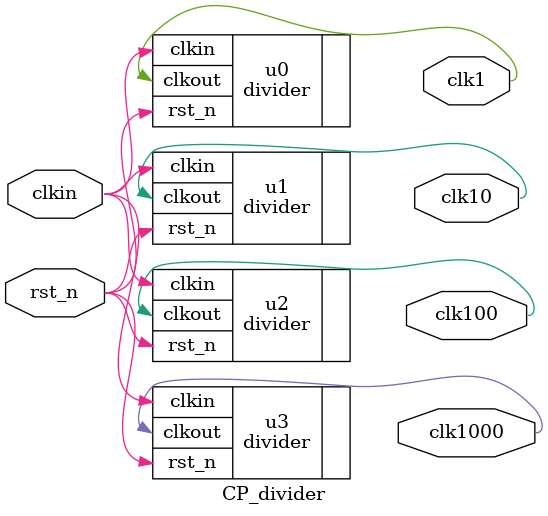
<source format=v>
`timescale 1ns / 1ps
module CP_divider(clkin,rst_n,clk1,clk10,clk100,clk1000);
    input clkin,rst_n;
    output clk1,clk10,clk100,clk1000;
    
    divider u0 (.clkin(clkin),      // 1Hz
                .rst_n(rst_n),
                .clkout(clk1));
    defparam u0.in_freq = 100000000,
             u0.out_freq = 1;
             
    divider u1 (.clkin(clkin),      // 10Hz
                .rst_n(rst_n),
                .clkout(clk10));           
    defparam u1.in_freq = 100000000,
             u1.out_freq = 10;    
             
   divider u2 (.clkin(clkin),       // 100Hz
               .rst_n(rst_n),
               .clkout(clk100));           
   defparam u2.in_freq = 100000000,
            u2.out_freq = 100;
            
    divider u3 (.clkin(clkin),      // 1000Hz
                .rst_n(rst_n),
                .clkout(clk1000));           
   defparam u3.in_freq = 100000000,
            u3.out_freq = 1000;
    
endmodule

</source>
